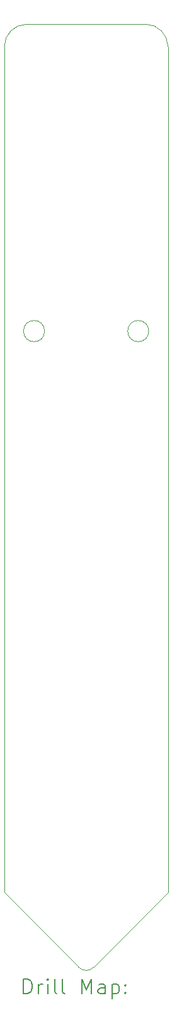
<source format=gbr>
%TF.GenerationSoftware,KiCad,Pcbnew,7.0.9*%
%TF.CreationDate,2023-12-15T13:17:54+01:00*%
%TF.ProjectId,parasite,70617261-7369-4746-952e-6b696361645f,2.0.0*%
%TF.SameCoordinates,Original*%
%TF.FileFunction,Drillmap*%
%TF.FilePolarity,Positive*%
%FSLAX45Y45*%
G04 Gerber Fmt 4.5, Leading zero omitted, Abs format (unit mm)*
G04 Created by KiCad (PCBNEW 7.0.9) date 2023-12-15 13:17:54*
%MOMM*%
%LPD*%
G01*
G04 APERTURE LIST*
%ADD10C,0.050000*%
%ADD11C,0.200000*%
G04 APERTURE END LIST*
D10*
X6000000Y-2700000D02*
X7600000Y-2700000D01*
X6700000Y-15300000D02*
G75*
G03*
X6900000Y-15300000I100000J100000D01*
G01*
X6700000Y-15300000D02*
X5700000Y-14300000D01*
X6900000Y-15300000D02*
X7900000Y-14300000D01*
X5700000Y-3000000D02*
X5700000Y-14300000D01*
X7900000Y-14300000D02*
X7900000Y-3000000D01*
X7641421Y-6800000D02*
G75*
G03*
X7641421Y-6800000I-141421J0D01*
G01*
X6000000Y-2700000D02*
G75*
G03*
X5700000Y-3000000I0J-300000D01*
G01*
X6241421Y-6800000D02*
G75*
G03*
X6241421Y-6800000I-141421J0D01*
G01*
X7900000Y-3000000D02*
G75*
G03*
X7600000Y-2700000I-300000J0D01*
G01*
D11*
X5958277Y-15655405D02*
X5958277Y-15455405D01*
X5958277Y-15455405D02*
X6005896Y-15455405D01*
X6005896Y-15455405D02*
X6034467Y-15464929D01*
X6034467Y-15464929D02*
X6053515Y-15483976D01*
X6053515Y-15483976D02*
X6063039Y-15503024D01*
X6063039Y-15503024D02*
X6072562Y-15541119D01*
X6072562Y-15541119D02*
X6072562Y-15569691D01*
X6072562Y-15569691D02*
X6063039Y-15607786D01*
X6063039Y-15607786D02*
X6053515Y-15626833D01*
X6053515Y-15626833D02*
X6034467Y-15645881D01*
X6034467Y-15645881D02*
X6005896Y-15655405D01*
X6005896Y-15655405D02*
X5958277Y-15655405D01*
X6158277Y-15655405D02*
X6158277Y-15522072D01*
X6158277Y-15560167D02*
X6167801Y-15541119D01*
X6167801Y-15541119D02*
X6177324Y-15531595D01*
X6177324Y-15531595D02*
X6196372Y-15522072D01*
X6196372Y-15522072D02*
X6215420Y-15522072D01*
X6282086Y-15655405D02*
X6282086Y-15522072D01*
X6282086Y-15455405D02*
X6272562Y-15464929D01*
X6272562Y-15464929D02*
X6282086Y-15474453D01*
X6282086Y-15474453D02*
X6291610Y-15464929D01*
X6291610Y-15464929D02*
X6282086Y-15455405D01*
X6282086Y-15455405D02*
X6282086Y-15474453D01*
X6405896Y-15655405D02*
X6386848Y-15645881D01*
X6386848Y-15645881D02*
X6377324Y-15626833D01*
X6377324Y-15626833D02*
X6377324Y-15455405D01*
X6510658Y-15655405D02*
X6491610Y-15645881D01*
X6491610Y-15645881D02*
X6482086Y-15626833D01*
X6482086Y-15626833D02*
X6482086Y-15455405D01*
X6739229Y-15655405D02*
X6739229Y-15455405D01*
X6739229Y-15455405D02*
X6805896Y-15598262D01*
X6805896Y-15598262D02*
X6872562Y-15455405D01*
X6872562Y-15455405D02*
X6872562Y-15655405D01*
X7053515Y-15655405D02*
X7053515Y-15550643D01*
X7053515Y-15550643D02*
X7043991Y-15531595D01*
X7043991Y-15531595D02*
X7024943Y-15522072D01*
X7024943Y-15522072D02*
X6986848Y-15522072D01*
X6986848Y-15522072D02*
X6967801Y-15531595D01*
X7053515Y-15645881D02*
X7034467Y-15655405D01*
X7034467Y-15655405D02*
X6986848Y-15655405D01*
X6986848Y-15655405D02*
X6967801Y-15645881D01*
X6967801Y-15645881D02*
X6958277Y-15626833D01*
X6958277Y-15626833D02*
X6958277Y-15607786D01*
X6958277Y-15607786D02*
X6967801Y-15588738D01*
X6967801Y-15588738D02*
X6986848Y-15579214D01*
X6986848Y-15579214D02*
X7034467Y-15579214D01*
X7034467Y-15579214D02*
X7053515Y-15569691D01*
X7148753Y-15522072D02*
X7148753Y-15722072D01*
X7148753Y-15531595D02*
X7167801Y-15522072D01*
X7167801Y-15522072D02*
X7205896Y-15522072D01*
X7205896Y-15522072D02*
X7224943Y-15531595D01*
X7224943Y-15531595D02*
X7234467Y-15541119D01*
X7234467Y-15541119D02*
X7243991Y-15560167D01*
X7243991Y-15560167D02*
X7243991Y-15617310D01*
X7243991Y-15617310D02*
X7234467Y-15636357D01*
X7234467Y-15636357D02*
X7224943Y-15645881D01*
X7224943Y-15645881D02*
X7205896Y-15655405D01*
X7205896Y-15655405D02*
X7167801Y-15655405D01*
X7167801Y-15655405D02*
X7148753Y-15645881D01*
X7329705Y-15636357D02*
X7339229Y-15645881D01*
X7339229Y-15645881D02*
X7329705Y-15655405D01*
X7329705Y-15655405D02*
X7320182Y-15645881D01*
X7320182Y-15645881D02*
X7329705Y-15636357D01*
X7329705Y-15636357D02*
X7329705Y-15655405D01*
X7329705Y-15531595D02*
X7339229Y-15541119D01*
X7339229Y-15541119D02*
X7329705Y-15550643D01*
X7329705Y-15550643D02*
X7320182Y-15541119D01*
X7320182Y-15541119D02*
X7329705Y-15531595D01*
X7329705Y-15531595D02*
X7329705Y-15550643D01*
M02*

</source>
